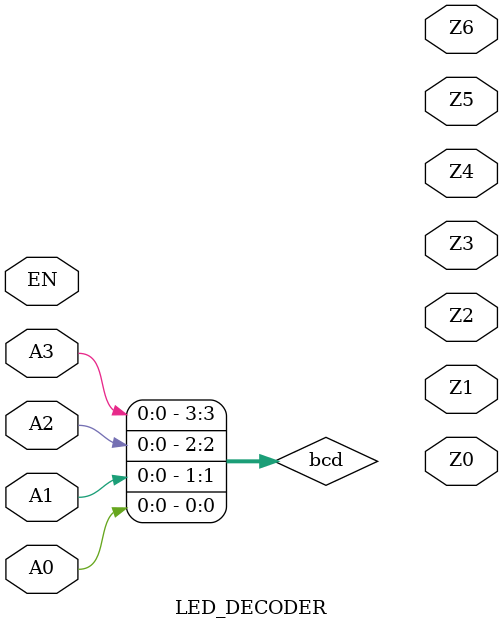
<source format=v>
module LED_DECODER(EN,A0,A1,A2,A3,Z0,Z1,Z2,Z3,Z4,Z5,Z6);
    input EN,A0,A1,A2,A3;
    output reg Z0,Z1,Z2,Z3,Z4,Z5,Z6;

    reg [3:0] bcd;
    reg [6:0] seg;
    always @(*)
    begin
        bcd = {A3,A2,A1,A0};
        seg = {Z6,Z5,Z4,Z3,Z2,Z1,Z0};
        if(EN) begin
            case (bcd)
                4'd0: seg = 7'b1000000; //0
                4'd1: seg = 7'b1111001; //1
                4'd2: seg = 7'b0100100; //2
                4'd3: seg = 7'b0110000; //3
                4'd4: seg = 7'b0011001; //4
                4'd5: seg = 7'b0010010; //5
                4'd6: seg = 7'b0000010; //6
                4'd7: seg = 7'b1111000; //7
                4'd8: seg = 7'b0000000; //8
                4'd9: seg = 7'b0010000; //9
                default: seg = 7'b0111111; //blank
            endcase
        end
        else begin
            seg = 7'b0111111;
        end 

    end

endmodule


</source>
